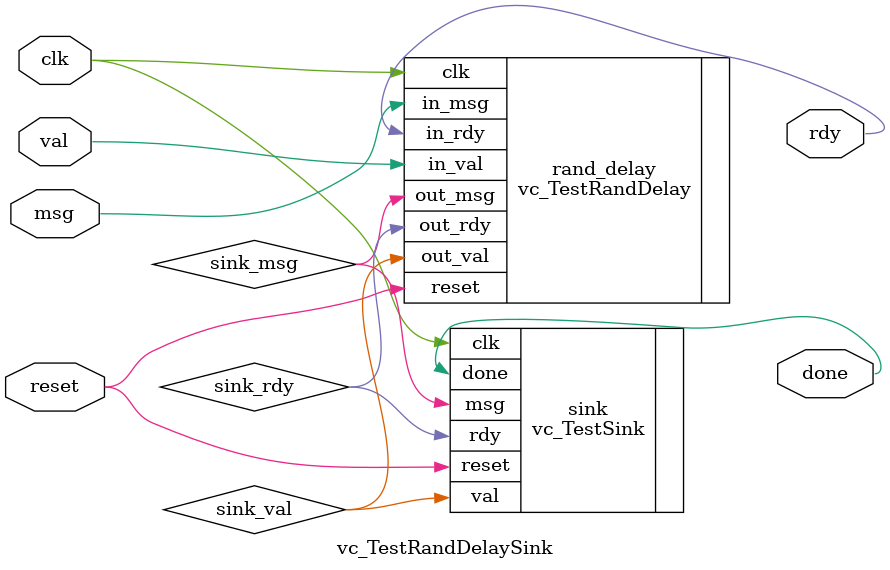
<source format=v>

`ifndef VC_TEST_RAND_DELAY_SINK_V
`define VC_TEST_RAND_DELAY_SINK_V

`include "vc-TestSink.v"
`include "vc-TestRandDelay.v"

module vc_TestRandDelaySink
#(
  parameter p_msg_sz    = 1,    // size of message to store in sink
  parameter p_mem_sz    = 1024, // size of memory that stores the messages
  parameter p_max_delay = 0     // max number of cycles to delay messages
)(
  input  clk,
  input  reset,

  // Sink message interface

  input                 val,
  output                rdy,
  input  [p_msg_sz-1:0] msg,

  // Goes high once all sink data has been received

  output done
);

  //----------------------------------------------------------------------
  // Test random delay
  //----------------------------------------------------------------------

  wire                sink_val;
  wire                sink_rdy;
  wire [p_msg_sz-1:0] sink_msg;

  vc_TestRandDelay#(p_msg_sz,p_max_delay) rand_delay
  (
    .clk     (clk),
    .reset   (reset),

    .in_val  (val),
    .in_rdy  (rdy),
    .in_msg  (msg),

    .out_val (sink_val),
    .out_rdy (sink_rdy),
    .out_msg (sink_msg)
  );

  //----------------------------------------------------------------------
  // Test sink
  //----------------------------------------------------------------------

  vc_TestSink#(p_msg_sz,p_mem_sz) sink
  (
    .clk     (clk),
    .reset   (reset),

    .val     (sink_val),
    .rdy     (sink_rdy),
    .msg     (sink_msg),

    .done    (done)
  );

endmodule

`endif


</source>
